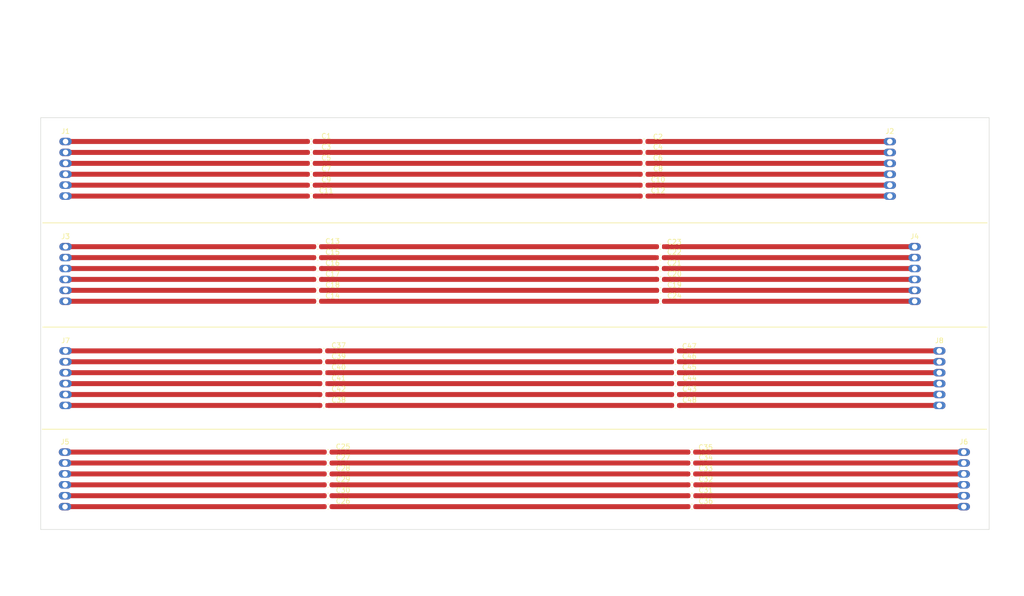
<source format=kicad_pcb>
(kicad_pcb (version 20240108) (generator "pcbnew") (generator_version "8.0")
  (layers (0 "F.Cu" signal) (31 "B.Cu" signal) (34 "B.Paste" user) (35 "F.Paste" user) (36 "B.SilkS" user "B.Silkscreen") (37 "F.SilkS" user "F.Silkscreen") (38 "B.Mask" user) (39 "F.Mask" user) (44 "Edge.Cuts" user))
  (net 0 "")
  (net 1 "Net-(J1-Pin_3)")
  (net 2 "Net-(J1-Pin_2)")
  (net 3 "Net-(J1-Pin_1)")
  (net 4 "Net-(J1-Pin_4)")
  (net 5 "Net-(J1-Pin_5)")
  (net 6 "Net-(J1-Pin_6)")
  (net 7 "Net-(C1-Pad2)")
  (net 8 "Net-(J2-Pin_1)")
  (net 9 "Net-(J2-Pin_2)")
  (net 10 "Net-(C5-Pad2)")
  (net 11 "Net-(C10-Pad1)")
  (net 12 "Net-(J2-Pin_3)")
  (net 13 "Net-(J2-Pin_4)")
  (net 14 "Net-(J2-Pin_5)")
  (net 15 "Net-(J2-Pin_6)")
  (net 16 "Net-(C3-Pad2)")
  (net 17 "Net-(C7-Pad2)")
  (net 18 "Net-(C11-Pad2)")
  (net 19 "Net-(C13-Pad2)")
  (net 20 "Net-(J3-Pin_1)")
  (net 21 "Net-(C14-Pad2)")
  (net 22 "Net-(J3-Pin_6)")
  (net 23 "Net-(C15-Pad2)")
  (net 24 "Net-(J3-Pin_2)")
  (net 25 "Net-(J3-Pin_3)")
  (net 26 "Net-(C16-Pad2)")
  (net 27 "Net-(J3-Pin_4)")
  (net 28 "Net-(C17-Pad2)")
  (net 29 "Net-(J3-Pin_5)")
  (net 30 "Net-(C18-Pad2)")
  (net 31 "Net-(J4-Pin_5)")
  (net 32 "Net-(J4-Pin_4)")
  (net 33 "Net-(J4-Pin_3)")
  (net 34 "Net-(J4-Pin_2)")
  (net 35 "Net-(J4-Pin_1)")
  (net 36 "Net-(J4-Pin_6)")
  (net 37 "Net-(J5-Pin_1)")
  (net 38 "Net-(C25-Pad2)")
  (net 39 "Net-(J5-Pin_6)")
  (net 40 "Net-(C26-Pad2)")
  (net 41 "Net-(C27-Pad2)")
  (net 42 "Net-(J5-Pin_2)")
  (net 43 "Net-(J5-Pin_3)")
  (net 44 "Net-(C28-Pad2)")
  (net 45 "Net-(J5-Pin_4)")
  (net 46 "Net-(C29-Pad2)")
  (net 47 "Net-(J5-Pin_5)")
  (net 48 "Net-(C30-Pad2)")
  (net 49 "Net-(J6-Pin_5)")
  (net 50 "Net-(J6-Pin_4)")
  (net 51 "Net-(J6-Pin_3)")
  (net 52 "Net-(J6-Pin_2)")
  (net 53 "Net-(J6-Pin_1)")
  (net 54 "Net-(J6-Pin_6)")
  (net 55 "Net-(J7-Pin_1)")
  (net 56 "Net-(C37-Pad2)")
  (net 57 "Net-(J7-Pin_6)")
  (net 58 "Net-(C38-Pad2)")
  (net 59 "Net-(C39-Pad2)")
  (net 60 "Net-(J7-Pin_2)")
  (net 61 "Net-(C40-Pad2)")
  (net 62 "Net-(J7-Pin_3)")
  (net 63 "Net-(C41-Pad2)")
  (net 64 "Net-(J7-Pin_4)")
  (net 65 "Net-(J7-Pin_5)")
  (net 66 "Net-(C42-Pad2)")
  (net 67 "Net-(J8-Pin_5)")
  (net 68 "Net-(J8-Pin_4)")
  (net 69 "Net-(J8-Pin_3)")
  (net 70 "Net-(J8-Pin_2)")
  (net 71 "Net-(J8-Pin_1)")
  (net 72 "Net-(J8-Pin_6)")
  (footprint "Connector_PinHeader_2.00mm:PinHeader_1x06_P2.00mm_Vertical" (layer "F.Cu") (at 64.89 124.4)
    (property "Reference" "J5" (at 0 -2.06 0) (layer "F.SilkS"))
    (property "Value" "Conn_01x06_Pin")
    (pad "1" thru_hole oval (at 0 0) (size 2.5 1.5) (drill 1.1) (layers "*.Cu" "*.Mask") (net 37 "Net-(J5-Pin_1)"))
    (pad "2" thru_hole oval (at 0 2.2) (size 2.5 1.5) (drill 1.1) (layers "*.Cu" "*.Mask") (net 42 "Net-(J5-Pin_2)"))
    (pad "3" thru_hole oval (at 0 4.4) (size 2.5 1.5) (drill 1.1) (layers "*.Cu" "*.Mask") (net 43 "Net-(J5-Pin_3)"))
    (pad "4" thru_hole oval (at 0 6.6) (size 2.5 1.5) (drill 1.1) (layers "*.Cu" "*.Mask") (net 45 "Net-(J5-Pin_4)"))
    (pad "5" thru_hole oval (at 0 8.8) (size 2.5 1.5) (drill 1.1) (layers "*.Cu" "*.Mask") (net 47 "Net-(J5-Pin_5)"))
    (pad "6" thru_hole oval (at 0 11) (size 2.5 1.5) (drill 1.1) (layers "*.Cu" "*.Mask") (net 39 "Net-(J5-Pin_6)"))
  )
  (footprint "Capacitor_SMD:C_0603_1608Metric" (layer "F.Cu") (at 181.525 68.4)
    (property "Reference" "C8" (at 2.8 -1.1 0) (layer "F.SilkS"))
    (property "Value" "C")
    (fp_line (start -0.14058 -0.51) (end 0.14058 -0.51) (stroke (width 0.12)) (layer "F.SilkS"))
    (fp_line (start -0.14058 0.51) (end 0.14058 0.51) (stroke (width 0.12)) (layer "F.SilkS"))
    (pad "1" smd roundrect (at -0.775 0) (size 0.9 0.95) (layers "F.Cu" "F.Paste" "F.Mask") (net 17 "Net-(C7-Pad2)"))
    (pad "2" smd roundrect (at 0.775 0) (size 0.9 0.95) (layers "F.Cu" "F.Paste" "F.Mask") (net 13 "Net-(J2-Pin_4)"))
  )
  (footprint "Connector_PinHeader_2.00mm:PinHeader_1x06_P2.00mm_Vertical" (layer "F.Cu") (at 65 104)
    (property "Reference" "J7" (at 0 -2.06 0) (layer "F.SilkS"))
    (property "Value" "Conn_01x06_Pin")
    (pad "1" thru_hole oval (at 0 0) (size 2.5 1.5) (drill 1.1) (layers "*.Cu" "*.Mask") (net 55 "Net-(J7-Pin_1)"))
    (pad "2" thru_hole oval (at 0 2.2) (size 2.5 1.5) (drill 1.1) (layers "*.Cu" "*.Mask") (net 60 "Net-(J7-Pin_2)"))
    (pad "3" thru_hole oval (at 0 4.4) (size 2.5 1.5) (drill 1.1) (layers "*.Cu" "*.Mask") (net 62 "Net-(J7-Pin_3)"))
    (pad "4" thru_hole oval (at 0 6.6) (size 2.5 1.5) (drill 1.1) (layers "*.Cu" "*.Mask") (net 64 "Net-(J7-Pin_4)"))
    (pad "5" thru_hole oval (at 0 8.8) (size 2.5 1.5) (drill 1.1) (layers "*.Cu" "*.Mask") (net 65 "Net-(J7-Pin_5)"))
    (pad "6" thru_hole oval (at 0 11) (size 2.5 1.5) (drill 1.1) (layers "*.Cu" "*.Mask") (net 57 "Net-(J7-Pin_6)"))
  )
  (footprint "Connector_PinHeader_2.00mm:PinHeader_1x06_P2.00mm_Vertical" (layer "F.Cu") (at 236 83)
    (property "Reference" "J4" (at 0 -2.06 0) (layer "F.SilkS"))
    (property "Value" "Conn_01x06_Pin")
    (pad "1" thru_hole oval (at 0 0) (size 2.5 1.5) (drill 1.1) (layers "*.Cu" "*.Mask") (net 35 "Net-(J4-Pin_1)"))
    (pad "2" thru_hole oval (at 0 2.2) (size 2.5 1.5) (drill 1.1) (layers "*.Cu" "*.Mask") (net 34 "Net-(J4-Pin_2)"))
    (pad "3" thru_hole oval (at 0 4.4) (size 2.5 1.5) (drill 1.1) (layers "*.Cu" "*.Mask") (net 33 "Net-(J4-Pin_3)"))
    (pad "4" thru_hole oval (at 0 6.6) (size 2.5 1.5) (drill 1.1) (layers "*.Cu" "*.Mask") (net 32 "Net-(J4-Pin_4)"))
    (pad "5" thru_hole oval (at 0 8.8) (size 2.5 1.5) (drill 1.1) (layers "*.Cu" "*.Mask") (net 31 "Net-(J4-Pin_5)"))
    (pad "6" thru_hole oval (at 0 11) (size 2.5 1.5) (drill 1.1) (layers "*.Cu" "*.Mask") (net 36 "Net-(J4-Pin_6)"))
  )
  (footprint "Capacitor_SMD:C_0603_1608Metric" (layer "F.Cu") (at 184.825 94)
    (property "Reference" "C24" (at 2.8 -1.1 0) (layer "F.SilkS"))
    (property "Value" "C")
    (fp_line (start -0.14058 -0.51) (end 0.14058 -0.51) (stroke (width 0.12)) (layer "F.SilkS"))
    (fp_line (start -0.14058 0.51) (end 0.14058 0.51) (stroke (width 0.12)) (layer "F.SilkS"))
    (pad "1" smd roundrect (at -0.775 0) (size 0.9 0.95) (layers "F.Cu" "F.Paste" "F.Mask") (net 21 "Net-(C14-Pad2)"))
    (pad "2" smd roundrect (at 0.775 0) (size 0.9 0.95) (layers "F.Cu" "F.Paste" "F.Mask") (net 36 "Net-(J4-Pin_6)"))
  )
  (footprint "Capacitor_SMD:C_0603_1608Metric" (layer "F.Cu") (at 114.5 66.2)
    (property "Reference" "C5" (at 3 -1.1 0) (layer "F.SilkS"))
    (property "Value" "C")
    (fp_line (start -0.14058 -0.51) (end 0.14058 -0.51) (stroke (width 0.12)) (layer "F.SilkS"))
    (fp_line (start -0.14058 0.51) (end 0.14058 0.51) (stroke (width 0.12)) (layer "F.SilkS"))
    (pad "1" smd roundrect (at -0.775 0) (size 0.9 0.95) (layers "F.Cu" "F.Paste" "F.Mask") (net 1 "Net-(J1-Pin_3)"))
    (pad "2" smd roundrect (at 0.775 0) (size 0.9 0.95) (layers "F.Cu" "F.Paste" "F.Mask") (net 10 "Net-(C5-Pad2)"))
  )
  (footprint "Capacitor_SMD:C_0603_1608Metric" (layer "F.Cu") (at 117.8875 124.4)
    (property "Reference" "C25" (at 3 -1.1 0) (layer "F.SilkS"))
    (property "Value" "C")
    (fp_line (start -0.14058 -0.51) (end 0.14058 -0.51) (stroke (width 0.12)) (layer "F.SilkS"))
    (fp_line (start -0.14058 0.51) (end 0.14058 0.51) (stroke (width 0.12)) (layer "F.SilkS"))
    (pad "1" smd roundrect (at -0.775 0) (size 0.9 0.95) (layers "F.Cu" "F.Paste" "F.Mask") (net 37 "Net-(J5-Pin_1)"))
    (pad "2" smd roundrect (at 0.775 0) (size 0.9 0.95) (layers "F.Cu" "F.Paste" "F.Mask") (net 38 "Net-(C25-Pad2)"))
  )
  (footprint "Capacitor_SMD:C_0603_1608Metric" (layer "F.Cu") (at 114.5 70.6)
    (property "Reference" "C9" (at 3 -1.1 0) (layer "F.SilkS"))
    (property "Value" "C")
    (fp_line (start -0.14058 -0.51) (end 0.14058 -0.51) (stroke (width 0.12)) (layer "F.SilkS"))
    (fp_line (start -0.14058 0.51) (end 0.14058 0.51) (stroke (width 0.12)) (layer "F.SilkS"))
    (pad "1" smd roundrect (at -0.775 0) (size 0.9 0.95) (layers "F.Cu" "F.Paste" "F.Mask") (net 5 "Net-(J1-Pin_5)"))
    (pad "2" smd roundrect (at 0.775 0) (size 0.9 0.95) (layers "F.Cu" "F.Paste" "F.Mask") (net 11 "Net-(C10-Pad1)"))
  )
  (footprint "Capacitor_SMD:C_0603_1608Metric" (layer "F.Cu") (at 181.525 72.8)
    (property "Reference" "C12" (at 2.8 -1.1 0) (layer "F.SilkS"))
    (property "Value" "C")
    (fp_line (start -0.14058 -0.51) (end 0.14058 -0.51) (stroke (width 0.12)) (layer "F.SilkS"))
    (fp_line (start -0.14058 0.51) (end 0.14058 0.51) (stroke (width 0.12)) (layer "F.SilkS"))
    (pad "1" smd roundrect (at -0.775 0) (size 0.9 0.95) (layers "F.Cu" "F.Paste" "F.Mask") (net 18 "Net-(C11-Pad2)"))
    (pad "2" smd roundrect (at 0.775 0) (size 0.9 0.95) (layers "F.Cu" "F.Paste" "F.Mask") (net 15 "Net-(J2-Pin_6)"))
  )
  (footprint "Capacitor_SMD:C_0603_1608Metric" (layer "F.Cu") (at 187.831718 108.4)
    (property "Reference" "C45" (at 2.8 -1.1 0) (layer "F.SilkS"))
    (property "Value" "C")
    (fp_line (start -0.14058 -0.51) (end 0.14058 -0.51) (stroke (width 0.12)) (layer "F.SilkS"))
    (fp_line (start -0.14058 0.51) (end 0.14058 0.51) (stroke (width 0.12)) (layer "F.SilkS"))
    (pad "1" smd roundrect (at -0.775 0) (size 0.9 0.95) (layers "F.Cu" "F.Paste" "F.Mask") (net 61 "Net-(C40-Pad2)"))
    (pad "2" smd roundrect (at 0.775 0) (size 0.9 0.95) (layers "F.Cu" "F.Paste" "F.Mask") (net 69 "Net-(J8-Pin_3)"))
  )
  (footprint "Connector_PinHeader_2.00mm:PinHeader_1x06_P2.00mm_Vertical" (layer "F.Cu") (at 240.97 103.995)
    (property "Reference" "J8" (at 0 -2.06 0) (layer "F.SilkS"))
    (property "Value" "Conn_01x06_Pin")
    (pad "1" thru_hole oval (at 0 0) (size 2.5 1.5) (drill 1.1) (layers "*.Cu" "*.Mask") (net 71 "Net-(J8-Pin_1)"))
    (pad "2" thru_hole oval (at 0 2.2) (size 2.5 1.5) (drill 1.1) (layers "*.Cu" "*.Mask") (net 70 "Net-(J8-Pin_2)"))
    (pad "3" thru_hole oval (at 0 4.4) (size 2.5 1.5) (drill 1.1) (layers "*.Cu" "*.Mask") (net 69 "Net-(J8-Pin_3)"))
    (pad "4" thru_hole oval (at 0 6.6) (size 2.5 1.5) (drill 1.1) (layers "*.Cu" "*.Mask") (net 68 "Net-(J8-Pin_4)"))
    (pad "5" thru_hole oval (at 0 8.8) (size 2.5 1.5) (drill 1.1) (layers "*.Cu" "*.Mask") (net 67 "Net-(J8-Pin_5)"))
    (pad "6" thru_hole oval (at 0 11) (size 2.5 1.5) (drill 1.1) (layers "*.Cu" "*.Mask") (net 72 "Net-(J8-Pin_6)"))
  )
  (footprint "Capacitor_SMD:C_0603_1608Metric" (layer "F.Cu") (at 191.1125 124.4)
    (property "Reference" "C35" (at 2.795 -0.95 0) (layer "F.SilkS"))
    (property "Value" "C")
    (fp_line (start -0.14058 -0.51) (end 0.14058 -0.51) (stroke (width 0.12)) (layer "F.SilkS"))
    (fp_line (start -0.14058 0.51) (end 0.14058 0.51) (stroke (width 0.12)) (layer "F.SilkS"))
    (pad "1" smd roundrect (at -0.775 0) (size 0.9 0.95) (layers "F.Cu" "F.Paste" "F.Mask") (net 38 "Net-(C25-Pad2)"))
    (pad "2" smd roundrect (at 0.775 0) (size 0.9 0.95) (layers "F.Cu" "F.Paste" "F.Mask") (net 53 "Net-(J6-Pin_1)"))
  )
  (footprint "Capacitor_SMD:C_0603_1608Metric" (layer "F.Cu") (at 191.1375 133.2)
    (property "Reference" "C31" (at 2.8 -1.1 0) (layer "F.SilkS"))
    (property "Value" "C")
    (fp_line (start -0.14058 -0.51) (end 0.14058 -0.51) (stroke (width 0.12)) (layer "F.SilkS"))
    (fp_line (start -0.14058 0.51) (end 0.14058 0.51) (stroke (width 0.12)) (layer "F.SilkS"))
    (pad "1" smd roundrect (at -0.775 0) (size 0.9 0.95) (layers "F.Cu" "F.Paste" "F.Mask") (net 48 "Net-(C30-Pad2)"))
    (pad "2" smd roundrect (at 0.775 0) (size 0.9 0.95) (layers "F.Cu" "F.Paste" "F.Mask") (net 49 "Net-(J6-Pin_5)"))
  )
  (footprint "Capacitor_SMD:C_0603_1608Metric" (layer "F.Cu") (at 191.1125 128.8)
    (property "Reference" "C33" (at 2.8 -1.1 0) (layer "F.SilkS"))
    (property "Value" "C")
    (fp_line (start -0.14058 -0.51) (end 0.14058 -0.51) (stroke (width 0.12)) (layer "F.SilkS"))
    (fp_line (start -0.14058 0.51) (end 0.14058 0.51) (stroke (width 0.12)) (layer "F.SilkS"))
    (pad "1" smd roundrect (at -0.775 0) (size 0.9 0.95) (layers "F.Cu" "F.Paste" "F.Mask") (net 44 "Net-(C28-Pad2)"))
    (pad "2" smd roundrect (at 0.775 0) (size 0.9 0.95) (layers "F.Cu" "F.Paste" "F.Mask") (net 51 "Net-(J6-Pin_3)"))
  )
  (footprint "Capacitor_SMD:C_0603_1608Metric" (layer "F.Cu") (at 115.775 85.2)
    (property "Reference" "C15" (at 3 -1.1 0) (layer "F.SilkS"))
    (property "Value" "C")
    (fp_line (start -0.14058 -0.51) (end 0.14058 -0.51) (stroke (width 0.12)) (layer "F.SilkS"))
    (fp_line (start -0.14058 0.51) (end 0.14058 0.51) (stroke (width 0.12)) (layer "F.SilkS"))
    (pad "1" smd roundrect (at -0.775 0) (size 0.9 0.95) (layers "F.Cu" "F.Paste" "F.Mask") (net 24 "Net-(J3-Pin_2)"))
    (pad "2" smd roundrect (at 0.775 0) (size 0.9 0.95) (layers "F.Cu" "F.Paste" "F.Mask") (net 23 "Net-(C15-Pad2)"))
  )
  (footprint "Capacitor_SMD:C_0603_1608Metric" (layer "F.Cu") (at 187.831718 106.2)
    (property "Reference" "C46" (at 2.8 -1.1 0) (layer "F.SilkS"))
    (property "Value" "C")
    (fp_line (start -0.14058 -0.51) (end 0.14058 -0.51) (stroke (width 0.12)) (layer "F.SilkS"))
    (fp_line (start -0.14058 0.51) (end 0.14058 0.51) (stroke (width 0.12)) (layer "F.SilkS"))
    (pad "1" smd roundrect (at -0.775 0) (size 0.9 0.95) (layers "F.Cu" "F.Paste" "F.Mask") (net 59 "Net-(C39-Pad2)"))
    (pad "2" smd roundrect (at 0.775 0) (size 0.9 0.95) (layers "F.Cu" "F.Paste" "F.Mask") (net 70 "Net-(J8-Pin_2)"))
  )
  (footprint "Capacitor_SMD:C_0603_1608Metric" (layer "F.Cu") (at 191.1125 126.6)
    (property "Reference" "C34" (at 2.8 -1.1 0) (layer "F.SilkS"))
    (property "Value" "C")
    (fp_line (start -0.14058 -0.51) (end 0.14058 -0.51) (stroke (width 0.12)) (layer "F.SilkS"))
    (fp_line (start -0.14058 0.51) (end 0.14058 0.51) (stroke (width 0.12)) (layer "F.SilkS"))
    (pad "1" smd roundrect (at -0.775 0) (size 0.9 0.95) (layers "F.Cu" "F.Paste" "F.Mask") (net 41 "Net-(C27-Pad2)"))
    (pad "2" smd roundrect (at 0.775 0) (size 0.9 0.95) (layers "F.Cu" "F.Paste" "F.Mask") (net 52 "Net-(J6-Pin_2)"))
  )
  (footprint "Connector_PinHeader_2.00mm:PinHeader_1x06_P2.00mm_Vertical" (layer "F.Cu") (at 65 83)
    (property "Reference" "J3" (at 0 -2.06 0) (layer "F.SilkS"))
    (property "Value" "Conn_01x06_Pin")
    (pad "1" thru_hole oval (at 0 0) (size 2.5 1.5) (drill 1.1) (layers "*.Cu" "*.Mask") (net 20 "Net-(J3-Pin_1)"))
    (pad "2" thru_hole oval (at 0 2.2) (size 2.5 1.5) (drill 1.1) (layers "*.Cu" "*.Mask") (net 24 "Net-(J3-Pin_2)"))
    (pad "3" thru_hole oval (at 0 4.4) (size 2.5 1.5) (drill 1.1) (layers "*.Cu" "*.Mask") (net 25 "Net-(J3-Pin_3)"))
    (pad "4" thru_hole oval (at 0 6.6) (size 2.5 1.5) (drill 1.1) (layers "*.Cu" "*.Mask") (net 27 "Net-(J3-Pin_4)"))
    (pad "5" thru_hole oval (at 0 8.8) (size 2.5 1.5) (drill 1.1) (layers "*.Cu" "*.Mask") (net 29 "Net-(J3-Pin_5)"))
    (pad "6" thru_hole oval (at 0 11) (size 2.5 1.5) (drill 1.1) (layers "*.Cu" "*.Mask") (net 22 "Net-(J3-Pin_6)"))
  )
  (footprint "Capacitor_SMD:C_0603_1608Metric" (layer "F.Cu") (at 114.5 61.8)
    (property "Reference" "C1" (at 3 -1.1 0) (layer "F.SilkS"))
    (property "Value" "C")
    (fp_line (start -0.14058 -0.51) (end 0.14058 -0.51) (stroke (width 0.12)) (layer "F.SilkS"))
    (fp_line (start -0.14058 0.51) (end 0.14058 0.51) (stroke (width 0.12)) (layer "F.SilkS"))
    (pad "1" smd roundrect (at -0.775 0) (size 0.9 0.95) (layers "F.Cu" "F.Paste" "F.Mask") (net 3 "Net-(J1-Pin_1)"))
    (pad "2" smd roundrect (at 0.775 0) (size 0.9 0.95) (layers "F.Cu" "F.Paste" "F.Mask") (net 7 "Net-(C1-Pad2)"))
  )
  (footprint "Capacitor_SMD:C_0603_1608Metric" (layer "F.Cu") (at 117 108.4)
    (property "Reference" "C40" (at 3 -1.1 0) (layer "F.SilkS"))
    (property "Value" "C")
    (fp_line (start -0.14058 -0.51) (end 0.14058 -0.51) (stroke (width 0.12)) (layer "F.SilkS"))
    (fp_line (start -0.14058 0.51) (end 0.14058 0.51) (stroke (width 0.12)) (layer "F.SilkS"))
    (pad "1" smd roundrect (at -0.775 0) (size 0.9 0.95) (layers "F.Cu" "F.Paste" "F.Mask") (net 62 "Net-(J7-Pin_3)"))
    (pad "2" smd roundrect (at 0.775 0) (size 0.9 0.95) (layers "F.Cu" "F.Paste" "F.Mask") (net 61 "Net-(C40-Pad2)"))
  )
  (footprint "Connector_PinHeader_2.00mm:PinHeader_1x06_P2.00mm_Vertical" (layer "F.Cu") (at 231 61.8)
    (property "Reference" "J2" (at 0 -2.06 0) (layer "F.SilkS"))
    (property "Value" "Conn_01x06_Pin")
    (pad "1" thru_hole oval (at 0 0) (size 2.5 1.5) (drill 1.1) (layers "*.Cu" "*.Mask") (net 8 "Net-(J2-Pin_1)"))
    (pad "2" thru_hole oval (at 0 2.2) (size 2.5 1.5) (drill 1.1) (layers "*.Cu" "*.Mask") (net 9 "Net-(J2-Pin_2)"))
    (pad "3" thru_hole oval (at 0 4.4) (size 2.5 1.5) (drill 1.1) (layers "*.Cu" "*.Mask") (net 12 "Net-(J2-Pin_3)"))
    (pad "4" thru_hole oval (at 0 6.6) (size 2.5 1.5) (drill 1.1) (layers "*.Cu" "*.Mask") (net 13 "Net-(J2-Pin_4)"))
    (pad "5" thru_hole oval (at 0 8.8) (size 2.5 1.5) (drill 1.1) (layers "*.Cu" "*.Mask") (net 14 "Net-(J2-Pin_5)"))
    (pad "6" thru_hole oval (at 0 11) (size 2.5 1.5) (drill 1.1) (layers "*.Cu" "*.Mask") (net 15 "Net-(J2-Pin_6)"))
  )
  (footprint "Capacitor_SMD:C_0603_1608Metric" (layer "F.Cu") (at 114.5 72.8)
    (property "Reference" "C11" (at 3 -1.1 0) (layer "F.SilkS"))
    (property "Value" "C")
    (fp_line (start -0.14058 -0.51) (end 0.14058 -0.51) (stroke (width 0.12)) (layer "F.SilkS"))
    (fp_line (start -0.14058 0.51) (end 0.14058 0.51) (stroke (width 0.12)) (layer "F.SilkS"))
    (pad "1" smd roundrect (at -0.775 0) (size 0.9 0.95) (layers "F.Cu" "F.Paste" "F.Mask") (net 6 "Net-(J1-Pin_6)"))
    (pad "2" smd roundrect (at 0.775 0) (size 0.9 0.95) (layers "F.Cu" "F.Paste" "F.Mask") (net 18 "Net-(C11-Pad2)"))
  )
  (footprint "Capacitor_SMD:C_0603_1608Metric" (layer "F.Cu") (at 117.8875 133.2)
    (property "Reference" "C30" (at 3 -1.1 0) (layer "F.SilkS"))
    (property "Value" "C")
    (fp_line (start -0.14058 -0.51) (end 0.14058 -0.51) (stroke (width 0.12)) (layer "F.SilkS"))
    (fp_line (start -0.14058 0.51) (end 0.14058 0.51) (stroke (width 0.12)) (layer "F.SilkS"))
    (pad "1" smd roundrect (at -0.775 0) (size 0.9 0.95) (layers "F.Cu" "F.Paste" "F.Mask") (net 47 "Net-(J5-Pin_5)"))
    (pad "2" smd roundrect (at 0.775 0) (size 0.9 0.95) (layers "F.Cu" "F.Paste" "F.Mask") (net 48 "Net-(C30-Pad2)"))
  )
  (footprint "Capacitor_SMD:C_0603_1608Metric" (layer "F.Cu") (at 117 112.8)
    (property "Reference" "C42" (at 3 -1.1 0) (layer "F.SilkS"))
    (property "Value" "C")
    (fp_line (start -0.14058 -0.51) (end 0.14058 -0.51) (stroke (width 0.12)) (layer "F.SilkS"))
    (fp_line (start -0.14058 0.51) (end 0.14058 0.51) (stroke (width 0.12)) (layer "F.SilkS"))
    (pad "1" smd roundrect (at -0.775 0) (size 0.9 0.95) (layers "F.Cu" "F.Paste" "F.Mask") (net 65 "Net-(J7-Pin_5)"))
    (pad "2" smd roundrect (at 0.775 0) (size 0.9 0.95) (layers "F.Cu" "F.Paste" "F.Mask") (net 66 "Net-(C42-Pad2)"))
  )
  (footprint "Capacitor_SMD:C_0603_1608Metric" (layer "F.Cu") (at 117.8875 135.4)
    (property "Reference" "C26" (at 3 -1.1 0) (layer "F.SilkS"))
    (property "Value" "C")
    (fp_line (start -0.14058 -0.51) (end 0.14058 -0.51) (stroke (width 0.12)) (layer "F.SilkS"))
    (fp_line (start -0.14058 0.51) (end 0.14058 0.51) (stroke (width 0.12)) (layer "F.SilkS"))
    (pad "1" smd roundrect (at -0.775 0) (size 0.9 0.95) (layers "F.Cu" "F.Paste" "F.Mask") (net 39 "Net-(J5-Pin_6)"))
    (pad "2" smd roundrect (at 0.775 0) (size 0.9 0.95) (layers "F.Cu" "F.Paste" "F.Mask") (net 40 "Net-(C26-Pad2)"))
  )
  (footprint "Capacitor_SMD:C_0603_1608Metric" (layer "F.Cu") (at 184.8 87.4)
    (property "Reference" "C21" (at 2.8 -1.1 0) (layer "F.SilkS"))
    (property "Value" "C")
    (fp_line (start -0.14058 -0.51) (end 0.14058 -0.51) (stroke (width 0.12)) (layer "F.SilkS"))
    (fp_line (start -0.14058 0.51) (end 0.14058 0.51) (stroke (width 0.12)) (layer "F.SilkS"))
    (pad "1" smd roundrect (at -0.775 0) (size 0.9 0.95) (layers "F.Cu" "F.Paste" "F.Mask") (net 26 "Net-(C16-Pad2)"))
    (pad "2" smd roundrect (at 0.775 0) (size 0.9 0.95) (layers "F.Cu" "F.Paste" "F.Mask") (net 33 "Net-(J4-Pin_3)"))
  )
  (footprint "Capacitor_SMD:C_0603_1608Metric" (layer "F.Cu") (at 117.8875 128.8)
    (property "Reference" "C28" (at 3 -1.1 0) (layer "F.SilkS"))
    (property "Value" "C")
    (fp_line (start -0.14058 -0.51) (end 0.14058 -0.51) (stroke (width 0.12)) (layer "F.SilkS"))
    (fp_line (start -0.14058 0.51) (end 0.14058 0.51) (stroke (width 0.12)) (layer "F.SilkS"))
    (pad "1" smd roundrect (at -0.775 0) (size 0.9 0.95) (layers "F.Cu" "F.Paste" "F.Mask") (net 43 "Net-(J5-Pin_3)"))
    (pad "2" smd roundrect (at 0.775 0) (size 0.9 0.95) (layers "F.Cu" "F.Paste" "F.Mask") (net 44 "Net-(C28-Pad2)"))
  )
  (footprint "Capacitor_SMD:C_0603_1608Metric" (layer "F.Cu") (at 115.775 91.8)
    (property "Reference" "C18" (at 3 -1.1 0) (layer "F.SilkS"))
    (property "Value" "C")
    (fp_line (start -0.14058 -0.51) (end 0.14058 -0.51) (stroke (width 0.12)) (layer "F.SilkS"))
    (fp_line (start -0.14058 0.51) (end 0.14058 0.51) (stroke (width 0.12)) (layer "F.SilkS"))
    (pad "1" smd roundrect (at -0.775 0) (size 0.9 0.95) (layers "F.Cu" "F.Paste" "F.Mask") (net 29 "Net-(J3-Pin_5)"))
    (pad "2" smd roundrect (at 0.775 0) (size 0.9 0.95) (layers "F.Cu" "F.Paste" "F.Mask") (net 30 "Net-(C18-Pad2)"))
  )
  (footprint "Capacitor_SMD:C_0603_1608Metric" (layer "F.Cu") (at 187.831718 104)
    (property "Reference" "C47" (at 2.795 -0.95 0) (layer "F.SilkS"))
    (property "Value" "C")
    (fp_line (start -0.14058 -0.51) (end 0.14058 -0.51) (stroke (width 0.12)) (layer "F.SilkS"))
    (fp_line (start -0.14058 0.51) (end 0.14058 0.51) (stroke (width 0.12)) (layer "F.SilkS"))
    (pad "1" smd roundrect (at -0.775 0) (size 0.9 0.95) (layers "F.Cu" "F.Paste" "F.Mask") (net 56 "Net-(C37-Pad2)"))
    (pad "2" smd roundrect (at 0.775 0) (size 0.9 0.95) (layers "F.Cu" "F.Paste" "F.Mask") (net 71 "Net-(J8-Pin_1)"))
  )
  (footprint "Capacitor_SMD:C_0603_1608Metric" (layer "F.Cu") (at 117 115)
    (property "Reference" "C38" (at 3 -1.1 0) (layer "F.SilkS"))
    (property "Value" "C")
    (fp_line (start -0.14058 -0.51) (end 0.14058 -0.51) (stroke (width 0.12)) (layer "F.SilkS"))
    (fp_line (start -0.14058 0.51) (end 0.14058 0.51) (stroke (width 0.12)) (layer "F.SilkS"))
    (pad "1" smd roundrect (at -0.775 0) (size 0.9 0.95) (layers "F.Cu" "F.Paste" "F.Mask") (net 57 "Net-(J7-Pin_6)"))
    (pad "2" smd roundrect (at 0.775 0) (size 0.9 0.95) (layers "F.Cu" "F.Paste" "F.Mask") (net 58 "Net-(C38-Pad2)"))
  )
  (footprint "Capacitor_SMD:C_0603_1608Metric" (layer "F.Cu") (at 181.5 61.8)
    (property "Reference" "C2" (at 2.795 -0.95 0) (layer "F.SilkS"))
    (property "Value" "C")
    (fp_line (start -0.14058 -0.51) (end 0.14058 -0.51) (stroke (width 0.12)) (layer "F.SilkS"))
    (fp_line (start -0.14058 0.51) (end 0.14058 0.51) (stroke (width 0.12)) (layer "F.SilkS"))
    (pad "1" smd roundrect (at -0.775 0) (size 0.9 0.95) (layers "F.Cu" "F.Paste" "F.Mask") (net 7 "Net-(C1-Pad2)"))
    (pad "2" smd roundrect (at 0.775 0) (size 0.9 0.95) (layers "F.Cu" "F.Paste" "F.Mask") (net 8 "Net-(J2-Pin_1)"))
  )
  (footprint "Capacitor_SMD:C_0603_1608Metric" (layer "F.Cu") (at 184.8 85.2)
    (property "Reference" "C22" (at 2.8 -1.1 0) (layer "F.SilkS"))
    (property "Value" "C")
    (fp_line (start -0.14058 -0.51) (end 0.14058 -0.51) (stroke (width 0.12)) (layer "F.SilkS"))
    (fp_line (start -0.14058 0.51) (end 0.14058 0.51) (stroke (width 0.12)) (layer "F.SilkS"))
    (pad "1" smd roundrect (at -0.775 0) (size 0.9 0.95) (layers "F.Cu" "F.Paste" "F.Mask") (net 23 "Net-(C15-Pad2)"))
    (pad "2" smd roundrect (at 0.775 0) (size 0.9 0.95) (layers "F.Cu" "F.Paste" "F.Mask") (net 34 "Net-(J4-Pin_2)"))
  )
  (footprint "Capacitor_SMD:C_0603_1608Metric" (layer "F.Cu") (at 184.825 91.8)
    (property "Reference" "C19" (at 2.8 -1.1 0) (layer "F.SilkS"))
    (property "Value" "C")
    (fp_line (start -0.14058 -0.51) (end 0.14058 -0.51) (stroke (width 0.12)) (layer "F.SilkS"))
    (fp_line (start -0.14058 0.51) (end 0.14058 0.51) (stroke (width 0.12)) (layer "F.SilkS"))
    (pad "1" smd roundrect (at -0.775 0) (size 0.9 0.95) (layers "F.Cu" "F.Paste" "F.Mask") (net 30 "Net-(C18-Pad2)"))
    (pad "2" smd roundrect (at 0.775 0) (size 0.9 0.95) (layers "F.Cu" "F.Paste" "F.Mask") (net 31 "Net-(J4-Pin_5)"))
  )
  (footprint "Connector_PinHeader_2.00mm:PinHeader_1x06_P2.00mm_Vertical" (layer "F.Cu") (at 65 61.8)
    (property "Reference" "J1" (at 0 -2.06 0) (layer "F.SilkS"))
    (property "Value" "Conn_01x06_Pin")
    (pad "1" thru_hole oval (at 0 0) (size 2.5 1.5) (drill 1.1) (layers "*.Cu" "*.Mask") (net 3 "Net-(J1-Pin_1)"))
    (pad "2" thru_hole oval (at 0 2.2) (size 2.5 1.5) (drill 1.1) (layers "*.Cu" "*.Mask") (net 2 "Net-(J1-Pin_2)"))
    (pad "3" thru_hole oval (at 0 4.4) (size 2.5 1.5) (drill 1.1) (layers "*.Cu" "*.Mask") (net 1 "Net-(J1-Pin_3)"))
    (pad "4" thru_hole oval (at 0 6.6) (size 2.5 1.5) (drill 1.1) (layers "*.Cu" "*.Mask") (net 4 "Net-(J1-Pin_4)"))
    (pad "5" thru_hole oval (at 0 8.8) (size 2.5 1.5) (drill 1.1) (layers "*.Cu" "*.Mask") (net 5 "Net-(J1-Pin_5)"))
    (pad "6" thru_hole oval (at 0 11) (size 2.5 1.5) (drill 1.1) (layers "*.Cu" "*.Mask") (net 6 "Net-(J1-Pin_6)"))
  )
  (footprint "Capacitor_SMD:C_0603_1608Metric" (layer "F.Cu") (at 114.5 64)
    (property "Reference" "C3" (at 3 -1.1 0) (layer "F.SilkS"))
    (property "Value" "C")
    (fp_line (start -0.14058 -0.51) (end 0.14058 -0.51) (stroke (width 0.12)) (layer "F.SilkS"))
    (fp_line (start -0.14058 0.51) (end 0.14058 0.51) (stroke (width 0.12)) (layer "F.SilkS"))
    (pad "1" smd roundrect (at -0.775 0) (size 0.9 0.95) (layers "F.Cu" "F.Paste" "F.Mask") (net 2 "Net-(J1-Pin_2)"))
    (pad "2" smd roundrect (at 0.775 0) (size 0.9 0.95) (layers "F.Cu" "F.Paste" "F.Mask") (net 16 "Net-(C3-Pad2)"))
  )
  (footprint "Capacitor_SMD:C_0603_1608Metric" (layer "F.Cu") (at 117.8875 131)
    (property "Reference" "C29" (at 3 -1.1 0) (layer "F.SilkS"))
    (property "Value" "C")
    (fp_line (start -0.14058 -0.51) (end 0.14058 -0.51) (stroke (width 0.12)) (layer "F.SilkS"))
    (fp_line (start -0.14058 0.51) (end 0.14058 0.51) (stroke (width 0.12)) (layer "F.SilkS"))
    (pad "1" smd roundrect (at -0.775 0) (size 0.9 0.95) (layers "F.Cu" "F.Paste" "F.Mask") (net 45 "Net-(J5-Pin_4)"))
    (pad "2" smd roundrect (at 0.775 0) (size 0.9 0.95) (layers "F.Cu" "F.Paste" "F.Mask") (net 46 "Net-(C29-Pad2)"))
  )
  (footprint "Capacitor_SMD:C_0603_1608Metric" (layer "F.Cu") (at 187.856718 115)
    (property "Reference" "C48" (at 2.8 -1.1 0) (layer "F.SilkS"))
    (property "Value" "C")
    (fp_line (start -0.14058 -0.51) (end 0.14058 -0.51) (stroke (width 0.12)) (layer "F.SilkS"))
    (fp_line (start -0.14058 0.51) (end 0.14058 0.51) (stroke (width 0.12)) (layer "F.SilkS"))
    (pad "1" smd roundrect (at -0.775 0) (size 0.9 0.95) (layers "F.Cu" "F.Paste" "F.Mask") (net 58 "Net-(C38-Pad2)"))
    (pad "2" smd roundrect (at 0.775 0) (size 0.9 0.95) (layers "F.Cu" "F.Paste" "F.Mask") (net 72 "Net-(J8-Pin_6)"))
  )
  (footprint "Capacitor_SMD:C_0603_1608Metric" (layer "F.Cu") (at 115.775 87.4)
    (property "Reference" "C16" (at 3 -1.1 0) (layer "F.SilkS"))
    (property "Value" "C")
    (fp_line (start -0.14058 -0.51) (end 0.14058 -0.51) (stroke (width 0.12)) (layer "F.SilkS"))
    (fp_line (start -0.14058 0.51) (end 0.14058 0.51) (stroke (width 0.12)) (layer "F.SilkS"))
    (pad "1" smd roundrect (at -0.775 0) (size 0.9 0.95) (layers "F.Cu" "F.Paste" "F.Mask") (net 25 "Net-(J3-Pin_3)"))
    (pad "2" smd roundrect (at 0.775 0) (size 0.9 0.95) (layers "F.Cu" "F.Paste" "F.Mask") (net 26 "Net-(C16-Pad2)"))
  )
  (footprint "Capacitor_SMD:C_0603_1608Metric" (layer "F.Cu") (at 114.5 68.4)
    (property "Reference" "C7" (at 3 -1.1 0) (layer "F.SilkS"))
    (property "Value" "C")
    (fp_line (start -0.14058 -0.51) (end 0.14058 -0.51) (stroke (width 0.12)) (layer "F.SilkS"))
    (fp_line (start -0.14058 0.51) (end 0.14058 0.51) (stroke (width 0.12)) (layer "F.SilkS"))
    (pad "1" smd roundrect (at -0.775 0) (size 0.9 0.95) (layers "F.Cu" "F.Paste" "F.Mask") (net 4 "Net-(J1-Pin_4)"))
    (pad "2" smd roundrect (at 0.775 0) (size 0.9 0.95) (layers "F.Cu" "F.Paste" "F.Mask") (net 17 "Net-(C7-Pad2)"))
  )
  (footprint "Capacitor_SMD:C_0603_1608Metric" (layer "F.Cu") (at 191.1375 135.4)
    (property "Reference" "C36" (at 2.8 -1.1 0) (layer "F.SilkS"))
    (property "Value" "C")
    (fp_line (start -0.14058 -0.51) (end 0.14058 -0.51) (stroke (width 0.12)) (layer "F.SilkS"))
    (fp_line (start -0.14058 0.51) (end 0.14058 0.51) (stroke (width 0.12)) (layer "F.SilkS"))
    (pad "1" smd roundrect (at -0.775 0) (size 0.9 0.95) (layers "F.Cu" "F.Paste" "F.Mask") (net 40 "Net-(C26-Pad2)"))
    (pad "2" smd roundrect (at 0.775 0) (size 0.9 0.95) (layers "F.Cu" "F.Paste" "F.Mask") (net 54 "Net-(J6-Pin_6)"))
  )
  (footprint "Capacitor_SMD:C_0603_1608Metric" (layer "F.Cu") (at 191.1375 131)
    (property "Reference" "C32" (at 2.8 -1.1 0) (layer "F.SilkS"))
    (property "Value" "C")
    (fp_line (start -0.14058 -0.51) (end 0.14058 -0.51) (stroke (width 0.12)) (layer "F.SilkS"))
    (fp_line (start -0.14058 0.51) (end 0.14058 0.51) (stroke (width 0.12)) (layer "F.SilkS"))
    (pad "1" smd roundrect (at -0.775 0) (size 0.9 0.95) (layers "F.Cu" "F.Paste" "F.Mask") (net 46 "Net-(C29-Pad2)"))
    (pad "2" smd roundrect (at 0.775 0) (size 0.9 0.95) (layers "F.Cu" "F.Paste" "F.Mask") (net 50 "Net-(J6-Pin_4)"))
  )
  (footprint "Connector_PinHeader_2.00mm:PinHeader_1x06_P2.00mm_Vertical" (layer "F.Cu") (at 245.894218 124.4)
    (property "Reference" "J6" (at 0 -2.06 0) (layer "F.SilkS"))
    (property "Value" "Conn_01x06_Pin")
    (pad "1" thru_hole oval (at 0 0) (size 2.5 1.5) (drill 1.1) (layers "*.Cu" "*.Mask") (net 53 "Net-(J6-Pin_1)"))
    (pad "2" thru_hole oval (at 0 2.2) (size 2.5 1.5) (drill 1.1) (layers "*.Cu" "*.Mask") (net 52 "Net-(J6-Pin_2)"))
    (pad "3" thru_hole oval (at 0 4.4) (size 2.5 1.5) (drill 1.1) (layers "*.Cu" "*.Mask") (net 51 "Net-(J6-Pin_3)"))
    (pad "4" thru_hole oval (at 0 6.6) (size 2.5 1.5) (drill 1.1) (layers "*.Cu" "*.Mask") (net 50 "Net-(J6-Pin_4)"))
    (pad "5" thru_hole oval (at 0 8.8) (size 2.5 1.5) (drill 1.1) (layers "*.Cu" "*.Mask") (net 49 "Net-(J6-Pin_5)"))
    (pad "6" thru_hole oval (at 0 11) (size 2.5 1.5) (drill 1.1) (layers "*.Cu" "*.Mask") (net 54 "Net-(J6-Pin_6)"))
  )
  (footprint "Capacitor_SMD:C_0603_1608Metric" (layer "F.Cu") (at 184.825 89.6)
    (property "Reference" "C20" (at 2.8 -1.1 0) (layer "F.SilkS"))
    (property "Value" "C")
    (fp_line (start -0.14058 -0.51) (end 0.14058 -0.51) (stroke (width 0.12)) (layer "F.SilkS"))
    (fp_line (start -0.14058 0.51) (end 0.14058 0.51) (stroke (width 0.12)) (layer "F.SilkS"))
    (pad "1" smd roundrect (at -0.775 0) (size 0.9 0.95) (layers "F.Cu" "F.Paste" "F.Mask") (net 28 "Net-(C17-Pad2)"))
    (pad "2" smd roundrect (at 0.775 0) (size 0.9 0.95) (layers "F.Cu" "F.Paste" "F.Mask") (net 32 "Net-(J4-Pin_4)"))
  )
  (footprint "Capacitor_SMD:C_0603_1608Metric" (layer "F.Cu") (at 115.775 94)
    (property "Reference" "C14" (at 3 -1.1 0) (layer "F.SilkS"))
    (property "Value" "C")
    (fp_line (start -0.14058 -0.51) (end 0.14058 -0.51) (stroke (width 0.12)) (layer "F.SilkS"))
    (fp_line (start -0.14058 0.51) (end 0.14058 0.51) (stroke (width 0.12)) (layer "F.SilkS"))
    (pad "1" smd roundrect (at -0.775 0) (size 0.9 0.95) (layers "F.Cu" "F.Paste" "F.Mask") (net 22 "Net-(J3-Pin_6)"))
    (pad "2" smd roundrect (at 0.775 0) (size 0.9 0.95) (layers "F.Cu" "F.Paste" "F.Mask") (net 21 "Net-(C14-Pad2)"))
  )
  (footprint "Capacitor_SMD:C_0603_1608Metric" (layer "F.Cu") (at 117 104)
    (property "Reference" "C37" (at 3 -1.1 0) (layer "F.SilkS"))
    (property "Value" "C")
    (fp_line (start -0.14058 -0.51) (end 0.14058 -0.51) (stroke (width 0.12)) (layer "F.SilkS"))
    (fp_line (start -0.14058 0.51) (end 0.14058 0.51) (stroke (width 0.12)) (layer "F.SilkS"))
    (pad "1" smd roundrect (at -0.775 0) (size 0.9 0.95) (layers "F.Cu" "F.Paste" "F.Mask") (net 55 "Net-(J7-Pin_1)"))
    (pad "2" smd roundrect (at 0.775 0) (size 0.9 0.95) (layers "F.Cu" "F.Paste" "F.Mask") (net 56 "Net-(C37-Pad2)"))
  )
  (footprint "Capacitor_SMD:C_0603_1608Metric" (layer "F.Cu") (at 117 110.6)
    (property "Reference" "C41" (at 3 -1.1 0) (layer "F.SilkS"))
    (property "Value" "C")
    (fp_line (start -0.14058 -0.51) (end 0.14058 -0.51) (stroke (width 0.12)) (layer "F.SilkS"))
    (fp_line (start -0.14058 0.51) (end 0.14058 0.51) (stroke (width 0.12)) (layer "F.SilkS"))
    (pad "1" smd roundrect (at -0.775 0) (size 0.9 0.95) (layers "F.Cu" "F.Paste" "F.Mask") (net 64 "Net-(J7-Pin_4)"))
    (pad "2" smd roundrect (at 0.775 0) (size 0.9 0.95) (layers "F.Cu" "F.Paste" "F.Mask") (net 63 "Net-(C41-Pad2)"))
  )
  (footprint "Capacitor_SMD:C_0603_1608Metric" (layer "F.Cu") (at 181.525 70.6)
    (property "Reference" "C10" (at 2.8 -1.1 0) (layer "F.SilkS"))
    (property "Value" "C")
    (fp_line (start -0.14058 -0.51) (end 0.14058 -0.51) (stroke (width 0.12)) (layer "F.SilkS"))
    (fp_line (start -0.14058 0.51) (end 0.14058 0.51) (stroke (width 0.12)) (layer "F.SilkS"))
    (pad "1" smd roundrect (at -0.775 0) (size 0.9 0.95) (layers "F.Cu" "F.Paste" "F.Mask") (net 11 "Net-(C10-Pad1)"))
    (pad "2" smd roundrect (at 0.775 0) (size 0.9 0.95) (layers "F.Cu" "F.Paste" "F.Mask") (net 14 "Net-(J2-Pin_5)"))
  )
  (footprint "Capacitor_SMD:C_0603_1608Metric" (layer "F.Cu") (at 115.775 89.6)
    (property "Reference" "C17" (at 3 -1.1 0) (layer "F.SilkS"))
    (property "Value" "C")
    (fp_line (start -0.14058 -0.51) (end 0.14058 -0.51) (stroke (width 0.12)) (layer "F.SilkS"))
    (fp_line (start -0.14058 0.51) (end 0.14058 0.51) (stroke (width 0.12)) (layer "F.SilkS"))
    (pad "1" smd roundrect (at -0.775 0) (size 0.9 0.95) (layers "F.Cu" "F.Paste" "F.Mask") (net 27 "Net-(J3-Pin_4)"))
    (pad "2" smd roundrect (at 0.775 0) (size 0.9 0.95) (layers "F.Cu" "F.Paste" "F.Mask") (net 28 "Net-(C17-Pad2)"))
  )
  (footprint "Capacitor_SMD:C_0603_1608Metric" (layer "F.Cu") (at 117.8875 126.6)
    (property "Reference" "C27" (at 3 -1.1 0) (layer "F.SilkS"))
    (property "Value" "C")
    (fp_line (start -0.14058 -0.51) (end 0.14058 -0.51) (stroke (width 0.12)) (layer "F.SilkS"))
    (fp_line (start -0.14058 0.51) (end 0.14058 0.51) (stroke (width 0.12)) (layer "F.SilkS"))
    (pad "1" smd roundrect (at -0.775 0) (size 0.9 0.95) (layers "F.Cu" "F.Paste" "F.Mask") (net 42 "Net-(J5-Pin_2)"))
    (pad "2" smd roundrect (at 0.775 0) (size 0.9 0.95) (layers "F.Cu" "F.Paste" "F.Mask") (net 41 "Net-(C27-Pad2)"))
  )
  (footprint "Capacitor_SMD:C_0603_1608Metric" (layer "F.Cu") (at 184.8 83)
    (property "Reference" "C23" (at 2.795 -0.95 0) (layer "F.SilkS"))
    (property "Value" "C")
    (fp_line (start -0.14058 -0.51) (end 0.14058 -0.51) (stroke (width 0.12)) (layer "F.SilkS"))
    (fp_line (start -0.14058 0.51) (end 0.14058 0.51) (stroke (width 0.12)) (layer "F.SilkS"))
    (pad "1" smd roundrect (at -0.775 0) (size 0.9 0.95) (layers "F.Cu" "F.Paste" "F.Mask") (net 19 "Net-(C13-Pad2)"))
    (pad "2" smd roundrect (at 0.775 0) (size 0.9 0.95) (layers "F.Cu" "F.Paste" "F.Mask") (net 35 "Net-(J4-Pin_1)"))
  )
  (footprint "Capacitor_SMD:C_0603_1608Metric" (layer "F.Cu") (at 115.775 83)
    (property "Reference" "C13" (at 3 -1.1 0) (layer "F.SilkS"))
    (property "Value" "C")
    (fp_line (start -0.14058 -0.51) (end 0.14058 -0.51) (stroke (width 0.12)) (layer "F.SilkS"))
    (fp_line (start -0.14058 0.51) (end 0.14058 0.51) (stroke (width 0.12)) (layer "F.SilkS"))
    (pad "1" smd roundrect (at -0.775 0) (size 0.9 0.95) (layers "F.Cu" "F.Paste" "F.Mask") (net 20 "Net-(J3-Pin_1)"))
    (pad "2" smd roundrect (at 0.775 0) (size 0.9 0.95) (layers "F.Cu" "F.Paste" "F.Mask") (net 19 "Net-(C13-Pad2)"))
  )
  (footprint "Capacitor_SMD:C_0603_1608Metric" (layer "F.Cu") (at 181.5 66.2)
    (property "Reference" "C6" (at 2.8 -1.1 0) (layer "F.SilkS"))
    (property "Value" "C")
    (fp_line (start -0.14058 -0.51) (end 0.14058 -0.51) (stroke (width 0.12)) (layer "F.SilkS"))
    (fp_line (start -0.14058 0.51) (end 0.14058 0.51) (stroke (width 0.12)) (layer "F.SilkS"))
    (pad "1" smd roundrect (at -0.775 0) (size 0.9 0.95) (layers "F.Cu" "F.Paste" "F.Mask") (net 10 "Net-(C5-Pad2)"))
    (pad "2" smd roundrect (at 0.775 0) (size 0.9 0.95) (layers "F.Cu" "F.Paste" "F.Mask") (net 12 "Net-(J2-Pin_3)"))
  )
  (footprint "Capacitor_SMD:C_0603_1608Metric" (layer "F.Cu") (at 187.856718 110.6)
    (property "Reference" "C44" (at 2.8 -1.1 0) (layer "F.SilkS"))
    (property "Value" "C")
    (fp_line (start -0.14058 -0.51) (end 0.14058 -0.51) (stroke (width 0.12)) (layer "F.SilkS"))
    (fp_line (start -0.14058 0.51) (end 0.14058 0.51) (stroke (width 0.12)) (layer "F.SilkS"))
    (pad "1" smd roundrect (at -0.775 0) (size 0.9 0.95) (layers "F.Cu" "F.Paste" "F.Mask") (net 63 "Net-(C41-Pad2)"))
    (pad "2" smd roundrect (at 0.775 0) (size 0.9 0.95) (layers "F.Cu" "F.Paste" "F.Mask") (net 68 "Net-(J8-Pin_4)"))
  )
  (footprint "Capacitor_SMD:C_0603_1608Metric" (layer "F.Cu") (at 117 106.2)
    (property "Reference" "C39" (at 3 -1.1 0) (layer "F.SilkS"))
    (property "Value" "C")
    (fp_line (start -0.14058 -0.51) (end 0.14058 -0.51) (stroke (width 0.12)) (layer "F.SilkS"))
    (fp_line (start -0.14058 0.51) (end 0.14058 0.51) (stroke (width 0.12)) (layer "F.SilkS"))
    (pad "1" smd roundrect (at -0.775 0) (size 0.9 0.95) (layers "F.Cu" "F.Paste" "F.Mask") (net 60 "Net-(J7-Pin_2)"))
    (pad "2" smd roundrect (at 0.775 0) (size 0.9 0.95) (layers "F.Cu" "F.Paste" "F.Mask") (net 59 "Net-(C39-Pad2)"))
  )
  (footprint "Capacitor_SMD:C_0603_1608Metric" (layer "F.Cu") (at 181.5 64)
    (property "Reference" "C4" (at 2.8 -1.1 0) (layer "F.SilkS"))
    (property "Value" "C")
    (fp_line (start -0.14058 -0.51) (end 0.14058 -0.51) (stroke (width 0.12)) (layer "F.SilkS"))
    (fp_line (start -0.14058 0.51) (end 0.14058 0.51) (stroke (width 0.12)) (layer "F.SilkS"))
    (pad "1" smd roundrect (at -0.775 0) (size 0.9 0.95) (layers "F.Cu" "F.Paste" "F.Mask") (net 16 "Net-(C3-Pad2)"))
    (pad "2" smd roundrect (at 0.775 0) (size 0.9 0.95) (layers "F.Cu" "F.Paste" "F.Mask") (net 9 "Net-(J2-Pin_2)"))
  )
  (footprint "Capacitor_SMD:C_0603_1608Metric" (layer "F.Cu") (at 187.856718 112.8)
    (property "Reference" "C43" (at 2.8 -1.1 0) (layer "F.SilkS"))
    (property "Value" "C")
    (fp_line (start -0.14058 -0.51) (end 0.14058 -0.51) (stroke (width 0.12)) (layer "F.SilkS"))
    (fp_line (start -0.14058 0.51) (end 0.14058 0.51) (stroke (width 0.12)) (layer "F.SilkS"))
    (pad "1" smd roundrect (at -0.775 0) (size 0.9 0.95) (layers "F.Cu" "F.Paste" "F.Mask") (net 66 "Net-(C42-Pad2)"))
    (pad "2" smd roundrect (at 0.775 0) (size 0.9 0.95) (layers "F.Cu" "F.Paste" "F.Mask") (net 67 "Net-(J8-Pin_5)"))
  )
  (gr_line (start 250.6 78.2) (end 60.4 78.2) (stroke (width 0.15)) (layer "F.SilkS"))
  (gr_line (start 250.6 99.2) (end 60.4 99.2) (stroke (width 0.15)) (layer "F.SilkS"))
  (gr_line (start 250.494218 119.8) (end 60.294218 119.8) (stroke (width 0.15)) (layer "F.SilkS"))
  (gr_line (start 60 57) (end 60 140) (stroke (width 0.1)) (layer "Edge.Cuts"))
  (gr_line (start 251 57) (end 251 140) (stroke (width 0.1)) (layer "Edge.Cuts"))
  (gr_line (start 251 57) (end 60 57) (stroke (width 0.1)) (layer "Edge.Cuts"))
  (gr_line (start 60 140) (end 251 140) (stroke (width 0.1)) (layer "Edge.Cuts"))
  (segment (start 113.7 66.2) (end 64.975 66.2) (width 1) (layer "F.Cu") (net 1))
  (segment (start 113.725 64) (end 65.0375 64) (width 1) (layer "F.Cu") (net 2))
  (segment (start 113.725 61.8) (end 65 61.8) (width 1) (layer "F.Cu") (net 3))
  (segment (start 113.7 68.4) (end 65.0125 68.4) (width 1) (layer "F.Cu") (net 4))
  (segment (start 113.7 70.6) (end 64.975 70.6) (width 1) (layer "F.Cu") (net 5))
  (segment (start 113.7 72.8) (end 65.0125 72.8) (width 1) (layer "F.Cu") (net 6))
  (segment (start 115.275 61.8) (end 180.725 61.8) (width 1) (layer "F.Cu") (net 7))
  (segment (start 182.275 61.8) (end 231 61.8) (width 1) (layer "F.Cu") (net 8))
  (segment (start 182.3 64) (end 231.025 64) (width 1) (layer "F.Cu") (net 9))
  (segment (start 115.275 66.2) (end 180.725 66.2) (width 1) (layer "F.Cu") (net 10))
  (segment (start 115.275 70.6) (end 180.725 70.6) (width 1) (layer "F.Cu") (net 11))
  (segment (start 182.275 66.2) (end 231 66.2) (width 1) (layer "F.Cu") (net 12))
  (segment (start 182.3 68.4) (end 231 68.4) (width 1) (layer "F.Cu") (net 13))
  (segment (start 182.3 70.6) (end 231 70.6) (width 1) (layer "F.Cu") (net 14))
  (segment (start 182.3 72.8) (end 231 72.8) (width 1) (layer "F.Cu") (net 15))
  (segment (start 115.3 64) (end 180.75 64) (width 1) (layer "F.Cu") (net 16))
  (segment (start 115.3 68.4) (end 180.75 68.4) (width 1) (layer "F.Cu") (net 17))
  (segment (start 115.3 72.8) (end 180.75 72.8) (width 1) (layer "F.Cu") (net 18))
  (segment (start 116.55 83) (end 184.025 83) (width 1) (layer "F.Cu") (net 19))
  (segment (start 115 83) (end 65 83) (width 1) (layer "F.Cu") (net 20))
  (segment (start 116.55 94) (end 184.05 94) (width 1) (layer "F.Cu") (net 21))
  (segment (start 115 94) (end 65 94) (width 1) (layer "F.Cu") (net 22))
  (segment (start 116.55 85.2) (end 183.775 85.2) (width 1) (layer "F.Cu") (net 23))
  (segment (start 115 85.2) (end 65 85.2) (width 1) (layer "F.Cu") (net 24))
  (segment (start 115 87.4) (end 65 87.4) (width 1) (layer "F.Cu") (net 25))
  (segment (start 116.55 87.4) (end 184.025 87.4) (width 1) (layer "F.Cu") (net 26))
  (segment (start 115 89.6) (end 65 89.6) (width 1) (layer "F.Cu") (net 27))
  (segment (start 116.55 89.6) (end 184.05 89.6) (width 1) (layer "F.Cu") (net 28))
  (segment (start 115 91.8) (end 65 91.8) (width 1) (layer "F.Cu") (net 29))
  (segment (start 116.55 91.8) (end 184.05 91.8) (width 1) (layer "F.Cu") (net 30))
  (segment (start 185.6 91.8) (end 236 91.8) (width 1) (layer "F.Cu") (net 31))
  (segment (start 185.6 89.6) (end 236 89.6) (width 1) (layer "F.Cu") (net 32))
  (segment (start 185.575 87.4) (end 236 87.4) (width 1) (layer "F.Cu") (net 33))
  (segment (start 185.575 85.2) (end 236 85.2) (width 1) (layer "F.Cu") (net 34))
  (segment (start 186 83) (end 236 83) (width 1) (layer "F.Cu") (net 35))
  (segment (start 185.6 94) (end 236 94) (width 1) (layer "F.Cu") (net 36))
  (segment (start 117.1125 124.4) (end 64.8875 124.4) (width 1) (layer "F.Cu") (net 37))
  (segment (start 118.6625 124.4) (end 190.3375 124.4) (width 1) (layer "F.Cu") (net 38))
  (segment (start 117.1125 135.4) (end 64.8875 135.4) (width 1) (layer "F.Cu") (net 39))
  (segment (start 118.6625 135.4) (end 190.3625 135.4) (width 1) (layer "F.Cu") (net 40))
  (segment (start 118.6625 126.6) (end 190.3375 126.6) (width 1) (layer "F.Cu") (net 41))
  (segment (start 117.1125 126.6) (end 64.8875 126.6) (width 1) (layer "F.Cu") (net 42))
  (segment (start 117.1125 128.8) (end 64.8875 128.8) (width 1) (layer "F.Cu") (net 43))
  (segment (start 118.6625 128.8) (end 190.3375 128.8) (width 1) (layer "F.Cu") (net 44))
  (segment (start 117.1125 131) (end 64.8875 131) (width 1) (layer "F.Cu") (net 45))
  (segment (start 118.6625 131) (end 190.3625 131) (width 1) (layer "F.Cu") (net 46))
  (segment (start 117.1125 133.2) (end 64.8875 133.2) (width 1) (layer "F.Cu") (net 47))
  (segment (start 118.6625 133.2) (end 190.3625 133.2) (width 1) (layer "F.Cu") (net 48))
  (segment (start 191.9125 133.2) (end 245.894218 133.2) (width 1) (layer "F.Cu") (net 49))
  (segment (start 191.9125 131) (end 245.894218 131) (width 1) (layer "F.Cu") (net 50))
  (segment (start 191.8875 128.8) (end 245.894218 128.8) (width 1) (layer "F.Cu") (net 51))
  (segment (start 191.8875 126.6) (end 245.894218 126.6) (width 1) (layer "F.Cu") (net 52))
  (segment (start 191.8875 124.4) (end 245.894218 124.4) (width 1) (layer "F.Cu") (net 53))
  (segment (start 191.9125 135.4) (end 245.894218 135.4) (width 1) (layer "F.Cu") (net 54))
  (segment (start 116.225 104) (end 65 104) (width 1) (layer "F.Cu") (net 55))
  (segment (start 117.775 104) (end 187.056718 104) (width 1) (layer "F.Cu") (net 56))
  (segment (start 116.225 115) (end 65 115) (width 1) (layer "F.Cu") (net 57))
  (segment (start 118.025 115) (end 187.081718 115) (width 1) (layer "F.Cu") (net 58))
  (segment (start 117.775 106.2) (end 187.056718 106.2) (width 1) (layer "F.Cu") (net 59))
  (segment (start 116.225 106.2) (end 65 106.2) (width 1) (layer "F.Cu") (net 60))
  (segment (start 118 108.4) (end 187.056718 108.4) (width 1) (layer "F.Cu") (net 61))
  (segment (start 116.225 108.4) (end 65 108.4) (width 1) (layer "F.Cu") (net 62))
  (segment (start 118.025 110.6) (end 187.081718 110.6) (width 1) (layer "F.Cu") (net 63))
  (segment (start 116.225 110.6) (end 65 110.6) (width 1) (layer "F.Cu") (net 64))
  (segment (start 116.225 112.8) (end 65 112.8) (width 1) (layer "F.Cu") (net 65))
  (segment (start 118 112.8) (end 187.081718 112.8) (width 1) (layer "F.Cu") (net 66))
  (segment (start 188.631718 112.8) (end 241 112.8) (width 1) (layer "F.Cu") (net 67))
  (segment (start 188.631718 110.6) (end 241 110.6) (width 1) (layer "F.Cu") (net 68))
  (segment (start 188.606718 108.4) (end 241 108.4) (width 1) (layer "F.Cu") (net 69))
  (segment (start 188.606718 106.2) (end 241 106.2) (width 1) (layer "F.Cu") (net 70))
  (segment (start 188.606718 104) (end 241 104) (width 1) (layer "F.Cu") (net 71))
  (segment (start 188.631718 115) (end 241 115) (width 1) (layer "F.Cu") (net 72))
)
</source>
